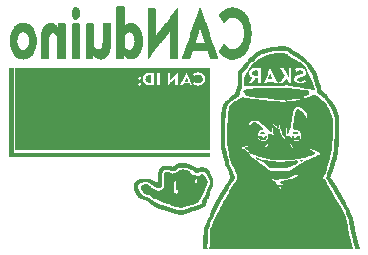
<source format=gbr>
%TF.GenerationSoftware,Altium Limited,Altium Designer,24.10.1 (45)*%
G04 Layer_Color=32896*
%FSLAX45Y45*%
%MOMM*%
%TF.SameCoordinates,D2505BA3-E522-476C-ACF0-F4815D070146*%
%TF.FilePolarity,Positive*%
%TF.FileFunction,Legend,Bot*%
%TF.Part,Single*%
G01*
G75*
G36*
X1734472Y2705284D02*
X1750580D01*
Y2689175D01*
X1758634D01*
Y2632796D01*
X1750580D01*
Y2624742D01*
X1742526D01*
Y2616688D01*
X1734472D01*
Y2608634D01*
X1710309D01*
Y2616688D01*
X1702255D01*
Y2624742D01*
X1694201D01*
Y2632796D01*
X1686147D01*
Y2689175D01*
X1694201D01*
Y2705284D01*
X1710309D01*
Y2713338D01*
X1734472D01*
Y2705284D01*
D02*
G37*
G36*
X1629768Y2568363D02*
X1637822D01*
Y2278415D01*
X1565335D01*
Y2471714D01*
X1557281D01*
Y2479768D01*
X1549227D01*
Y2487822D01*
X1541173D01*
Y2495876D01*
X1517010D01*
Y2487822D01*
X1508956D01*
Y2479768D01*
X1500902D01*
Y2463660D01*
X1492848D01*
Y2278415D01*
X1428415D01*
Y2503930D01*
X1436469D01*
Y2528093D01*
X1444523D01*
Y2544201D01*
X1452577D01*
Y2552255D01*
X1460631D01*
Y2560309D01*
X1468686D01*
Y2568363D01*
X1484794D01*
Y2576418D01*
X1541173D01*
Y2568363D01*
X1549227D01*
Y2560309D01*
X1565335D01*
Y2544201D01*
X1573389D01*
Y2576418D01*
X1629768D01*
Y2568363D01*
D02*
G37*
G36*
X2588209Y2278415D02*
X2515722D01*
Y2503930D01*
X2507668D01*
Y2487822D01*
X2499613D01*
Y2479768D01*
X2491559D01*
Y2471714D01*
X2483505D01*
Y2455606D01*
X2475451D01*
Y2447552D01*
X2467397D01*
Y2439498D01*
X2459343D01*
Y2431443D01*
X2451289D01*
Y2415335D01*
X2443235D01*
Y2407281D01*
X2435181D01*
Y2399227D01*
X2427126D01*
Y2383119D01*
X2419072D01*
Y2375064D01*
X2411018D01*
Y2367010D01*
X2402964D01*
Y2358956D01*
X2394910D01*
Y2342848D01*
X2386856D01*
Y2334794D01*
X2378802D01*
Y2326740D01*
X2370747D01*
Y2310631D01*
X2362693D01*
Y2302577D01*
X2354639D01*
Y2294523D01*
X2346585D01*
Y2286469D01*
X2338531D01*
Y2278415D01*
X2330477D01*
Y2358956D01*
Y2367010D01*
Y2705284D01*
X2394910D01*
Y2697229D01*
X2402964D01*
Y2479768D01*
X2411018D01*
Y2495876D01*
X2419072D01*
Y2503930D01*
X2427126D01*
Y2511985D01*
X2435181D01*
Y2520039D01*
X2443235D01*
Y2536147D01*
X2451289D01*
Y2544201D01*
X2459343D01*
Y2552255D01*
X2467397D01*
Y2568363D01*
X2475451D01*
Y2576418D01*
X2483505D01*
Y2584472D01*
X2491559D01*
Y2592526D01*
X2499613D01*
Y2608634D01*
X2507668D01*
Y2616688D01*
X2515722D01*
Y2624742D01*
X2523776D01*
Y2640850D01*
X2531830D01*
Y2648905D01*
X2539884D01*
Y2656959D01*
X2547938D01*
Y2665013D01*
X2555992D01*
Y2681121D01*
X2564046D01*
Y2689175D01*
X2572101D01*
Y2697229D01*
X2580155D01*
Y2705284D01*
X2588209D01*
Y2278415D01*
D02*
G37*
G36*
X3063402Y2705284D02*
X3095619D01*
Y2697229D01*
X3111727D01*
Y2689175D01*
X3127835D01*
Y2681121D01*
X3135889D01*
Y2673067D01*
X3151998D01*
Y2656959D01*
X3160052D01*
Y2648905D01*
X3168106D01*
Y2640850D01*
X3176160D01*
Y2624742D01*
X3184214D01*
Y2608634D01*
X3192268D01*
Y2592526D01*
X3200322D01*
Y2568363D01*
X3208376D01*
Y2511985D01*
X3216430D01*
Y2479768D01*
Y2471714D01*
X3208376D01*
Y2415335D01*
X3200322D01*
Y2391173D01*
X3192268D01*
Y2367010D01*
X3184214D01*
Y2358956D01*
X3176160D01*
Y2342848D01*
X3168106D01*
Y2334794D01*
X3160052D01*
Y2318685D01*
X3151998D01*
Y2310631D01*
X3143943D01*
Y2302577D01*
X3127835D01*
Y2294523D01*
X3119781D01*
Y2286469D01*
X3095619D01*
Y2278415D01*
X3071456D01*
Y2270361D01*
X3023131D01*
Y2278415D01*
X2998969D01*
Y2286469D01*
X2982861D01*
Y2294523D01*
X2966753D01*
Y2302577D01*
X2958698D01*
Y2310631D01*
X2950644D01*
Y2318685D01*
X2942590D01*
Y2326740D01*
X2934536D01*
Y2350902D01*
X2942590D01*
Y2358956D01*
X2950644D01*
Y2375064D01*
X2958698D01*
Y2383119D01*
X2966753D01*
Y2399227D01*
X2982861D01*
Y2391173D01*
X2990915D01*
Y2383119D01*
X2998969D01*
Y2375064D01*
X3007023D01*
Y2367010D01*
X3015077D01*
Y2358956D01*
X3079510D01*
Y2367010D01*
X3095619D01*
Y2375064D01*
X3103673D01*
Y2383119D01*
X3111727D01*
Y2391173D01*
X3119781D01*
Y2407281D01*
X3127835D01*
Y2423389D01*
X3135889D01*
Y2455606D01*
X3143943D01*
Y2528093D01*
X3135889D01*
Y2560309D01*
X3127835D01*
Y2576418D01*
X3119781D01*
Y2592526D01*
X3111727D01*
Y2600580D01*
X3103673D01*
Y2608634D01*
X3095619D01*
Y2616688D01*
X3079510D01*
Y2624742D01*
X3023131D01*
Y2616688D01*
X3007023D01*
Y2608634D01*
X2998969D01*
Y2600580D01*
X2990915D01*
Y2592526D01*
X2982861D01*
Y2584472D01*
X2966753D01*
Y2600580D01*
X2958698D01*
Y2608634D01*
X2950644D01*
Y2624742D01*
X2942590D01*
Y2632796D01*
X2934536D01*
Y2656959D01*
X2942590D01*
Y2665013D01*
X2950644D01*
Y2673067D01*
X2958698D01*
Y2681121D01*
X2974807D01*
Y2689175D01*
X2982861D01*
Y2697229D01*
X2998969D01*
Y2705284D01*
X3039240D01*
Y2713338D01*
X3063402D01*
Y2705284D01*
D02*
G37*
G36*
X2016366Y2358956D02*
X2008312D01*
Y2326740D01*
X2000258D01*
Y2310631D01*
X1992204D01*
Y2302577D01*
X1984149D01*
Y2294523D01*
X1976095D01*
Y2286469D01*
X1968041D01*
Y2278415D01*
X1943879D01*
Y2270361D01*
X1927771D01*
Y2278415D01*
X1903608D01*
Y2286469D01*
X1887500D01*
Y2294523D01*
X1879446D01*
Y2302577D01*
X1871392D01*
Y2278415D01*
X1806959D01*
Y2568363D01*
X1815013D01*
Y2576418D01*
X1871392D01*
Y2568363D01*
X1879446D01*
Y2375064D01*
X1887500D01*
Y2367010D01*
X1895554D01*
Y2358956D01*
X1935825D01*
Y2367010D01*
X1943879D01*
Y2407281D01*
X1951933D01*
Y2576418D01*
X2016366D01*
Y2358956D01*
D02*
G37*
G36*
X2781508Y2689175D02*
X2789562D01*
Y2665013D01*
X2797616D01*
Y2640850D01*
X2805670D01*
Y2616688D01*
X2813724D01*
Y2592526D01*
X2821778D01*
Y2576418D01*
X2829833D01*
Y2552255D01*
X2837887D01*
Y2528093D01*
X2845941D01*
Y2503930D01*
X2853995D01*
Y2487822D01*
X2862049D01*
Y2463660D01*
X2870103D01*
Y2439498D01*
X2878157D01*
Y2415335D01*
X2886211D01*
Y2391173D01*
X2894265D01*
Y2375064D01*
X2902320D01*
Y2350902D01*
X2910374D01*
Y2326740D01*
X2918428D01*
Y2302577D01*
X2926482D01*
Y2278415D01*
X2853995D01*
Y2294523D01*
X2845941D01*
Y2318685D01*
X2837887D01*
Y2342848D01*
X2717075D01*
Y2334794D01*
X2709021D01*
Y2310631D01*
X2700966D01*
Y2286469D01*
X2692912D01*
Y2278415D01*
X2620425D01*
Y2302577D01*
X2628479D01*
Y2318685D01*
X2636533D01*
Y2342848D01*
X2644588D01*
Y2367010D01*
X2652642D01*
Y2391173D01*
X2660696D01*
Y2415335D01*
X2668750D01*
Y2431443D01*
X2676804D01*
Y2455606D01*
X2684858D01*
Y2479768D01*
X2692912D01*
Y2503930D01*
X2700966D01*
Y2520039D01*
X2709021D01*
Y2544201D01*
X2717075D01*
Y2568363D01*
X2725129D01*
Y2592526D01*
X2733183D01*
Y2616688D01*
X2741237D01*
Y2632796D01*
X2749291D01*
Y2656959D01*
X2757346D01*
Y2681121D01*
X2765400D01*
Y2705284D01*
X2781508D01*
Y2689175D01*
D02*
G37*
G36*
X1750580Y2568363D02*
X1758634D01*
Y2278415D01*
X1686147D01*
Y2503930D01*
Y2511985D01*
Y2568363D01*
X1694201D01*
Y2576418D01*
X1750580D01*
Y2568363D01*
D02*
G37*
G36*
X2129124Y2713338D02*
X2137178D01*
Y2560309D01*
X2145232D01*
Y2568363D01*
X2161340D01*
Y2576418D01*
X2217719D01*
Y2568363D01*
X2233827D01*
Y2560309D01*
X2241881D01*
Y2552255D01*
X2249936D01*
Y2544201D01*
X2257990D01*
Y2536147D01*
X2266044D01*
Y2520039D01*
X2274098D01*
Y2503930D01*
X2282152D01*
Y2471714D01*
X2290206D01*
Y2375064D01*
X2282152D01*
Y2350902D01*
X2274098D01*
Y2326740D01*
X2266044D01*
Y2318685D01*
X2257990D01*
Y2302577D01*
X2249936D01*
Y2294523D01*
X2241881D01*
Y2286469D01*
X2225773D01*
Y2278415D01*
X2193557D01*
Y2270361D01*
X2185503D01*
Y2278415D01*
X2153286D01*
Y2286469D01*
X2145232D01*
Y2294523D01*
X2137178D01*
Y2302577D01*
X2129124D01*
Y2278415D01*
X2064691D01*
Y2358956D01*
Y2367010D01*
Y2713338D01*
X2072745D01*
Y2721392D01*
X2129124D01*
Y2713338D01*
D02*
G37*
G36*
X1307603Y2568363D02*
X1331765D01*
Y2560309D01*
X1339820D01*
Y2552255D01*
X1347874D01*
Y2544201D01*
X1355928D01*
Y2536147D01*
X1363982D01*
Y2528093D01*
X1372036D01*
Y2511985D01*
X1380090D01*
Y2487822D01*
X1388144D01*
Y2463660D01*
X1396198D01*
Y2391173D01*
X1388144D01*
Y2358956D01*
X1380090D01*
Y2342848D01*
X1372036D01*
Y2326740D01*
X1363982D01*
Y2318685D01*
X1355928D01*
Y2302577D01*
X1339820D01*
Y2294523D01*
X1331765D01*
Y2286469D01*
X1315657D01*
Y2278415D01*
X1283441D01*
Y2270361D01*
X1275387D01*
Y2278415D01*
X1235116D01*
Y2286469D01*
X1219008D01*
Y2294523D01*
X1210954D01*
Y2302577D01*
X1202900D01*
Y2310631D01*
X1194845D01*
Y2318685D01*
X1186791D01*
Y2334794D01*
X1178737D01*
Y2350902D01*
X1170683D01*
Y2375064D01*
X1162629D01*
Y2479768D01*
X1170683D01*
Y2503930D01*
X1178737D01*
Y2520039D01*
X1186791D01*
Y2528093D01*
X1194845D01*
Y2544201D01*
X1202900D01*
Y2552255D01*
X1219008D01*
Y2560309D01*
X1227062D01*
Y2568363D01*
X1243170D01*
Y2576418D01*
X1307603D01*
Y2568363D01*
D02*
G37*
G36*
X3490271Y2318685D02*
X3514433D01*
Y2310631D01*
X3522487D01*
Y2302577D01*
X3538595D01*
Y2294523D01*
X3546649D01*
Y2286469D01*
X3562758D01*
Y2278415D01*
X3578866D01*
Y2270361D01*
X3594974D01*
Y2262307D01*
X3603028D01*
Y2254253D01*
X3619137D01*
Y2246198D01*
X3627191D01*
Y2238144D01*
X3635245D01*
Y2230090D01*
X3643299D01*
Y2222036D01*
X3651353D01*
Y2213982D01*
X3659407D01*
Y2205928D01*
X3667461D01*
Y2189820D01*
X3675516D01*
Y2181766D01*
X3683570D01*
Y2165657D01*
X3691624D01*
Y2149549D01*
X3699678D01*
Y2133441D01*
X3707732D01*
Y2117333D01*
X3715786D01*
Y2101224D01*
X3723840D01*
Y2077062D01*
X3731894D01*
Y2052899D01*
X3739949D01*
Y2028737D01*
X3748003D01*
Y2012629D01*
X3715786D01*
Y2020683D01*
X3651353D01*
Y2028737D01*
X3619137D01*
Y2036791D01*
X3562758D01*
Y2044845D01*
X3514433D01*
Y2052899D01*
X3490271D01*
Y2044845D01*
X3143943D01*
Y2125387D01*
X3151998D01*
Y2141495D01*
X3160052D01*
Y2157603D01*
X3168106D01*
Y2165657D01*
X3176160D01*
Y2173711D01*
Y2181766D01*
X3184214D01*
Y2189820D01*
X3192268D01*
Y2197874D01*
X3200322D01*
Y2205928D01*
X3208376D01*
Y2222036D01*
X3216430D01*
Y2230090D01*
X3224485D01*
Y2238144D01*
X3232539D01*
Y2246198D01*
X3240593D01*
Y2254253D01*
X3248647D01*
Y2262307D01*
X3256701D01*
Y2270361D01*
X3264755D01*
Y2278415D01*
X3280863D01*
Y2286469D01*
X3296972D01*
Y2294523D01*
X3313080D01*
Y2302577D01*
X3329188D01*
Y2310631D01*
X3361405D01*
Y2318685D01*
X3401675D01*
Y2326740D01*
X3490271D01*
Y2318685D01*
D02*
G37*
G36*
X3554704Y2020683D02*
X3619137D01*
Y2012629D01*
X3691624D01*
Y2004575D01*
X3699678D01*
Y1972358D01*
X3675516D01*
Y1964304D01*
X3651353D01*
Y1948196D01*
X3675516D01*
Y1956250D01*
X3707732D01*
Y1964304D01*
X3723840D01*
Y1972358D01*
X3756057D01*
Y1964304D01*
X3772165D01*
Y1956250D01*
X3780219D01*
Y1948196D01*
X3788273D01*
Y1940142D01*
X3796327D01*
Y1932088D01*
X3804382D01*
Y1924033D01*
X3812436D01*
Y1915979D01*
X3820490D01*
Y1907925D01*
X3828544D01*
Y1899871D01*
X3836598D01*
Y1891817D01*
X3844652D01*
Y1883763D01*
X3852706D01*
Y1867655D01*
X3860760D01*
Y1859601D01*
X3868814D01*
Y1843492D01*
X3876869D01*
Y1819330D01*
X3884923D01*
Y1803222D01*
X3892977D01*
Y1779059D01*
X3901031D01*
Y1577706D01*
X3892977D01*
Y1497165D01*
X3884923D01*
Y1464949D01*
X3876869D01*
Y1424678D01*
X3868814D01*
Y1392461D01*
X3860760D01*
Y1368299D01*
X3852706D01*
Y1344137D01*
X3844652D01*
Y1328028D01*
X3836598D01*
Y1303866D01*
X3828544D01*
Y1295812D01*
X3820490D01*
Y1279704D01*
X3812436D01*
Y1263595D01*
X3820490D01*
Y1255541D01*
X3828544D01*
Y1247487D01*
X3836598D01*
Y1231379D01*
X3844652D01*
Y1215271D01*
X3852706D01*
Y1207217D01*
X3860760D01*
Y1199162D01*
X3868814D01*
Y1183054D01*
X3876869D01*
Y1166946D01*
X3884923D01*
Y1158892D01*
X3892977D01*
Y1142784D01*
X3901031D01*
Y1126675D01*
X3909085D01*
Y1110567D01*
X3917139D01*
Y1094459D01*
X3925193D01*
Y1078350D01*
X3933247D01*
Y1062242D01*
X3941302D01*
Y1054188D01*
X3949356D01*
Y1038080D01*
X3957410D01*
Y1030026D01*
X3965464D01*
Y1013917D01*
X3973518D01*
Y997809D01*
X3981572D01*
Y981701D01*
X3989626D01*
Y965593D01*
X3997681D01*
Y949485D01*
X4005735D01*
Y925322D01*
X4013789D01*
Y909214D01*
X4021843D01*
Y876997D01*
X4029897D01*
Y820619D01*
X4037951D01*
Y780348D01*
X4046005D01*
Y748131D01*
X4054059D01*
Y715915D01*
X4062114D01*
Y683698D01*
X4070168D01*
Y667590D01*
X2845941D01*
Y683698D01*
X2853995D01*
Y812564D01*
X2862049D01*
Y844781D01*
X2870103D01*
Y852835D01*
X2878157D01*
Y876997D01*
X2886211D01*
Y901160D01*
X2894265D01*
Y917268D01*
X2902320D01*
Y941430D01*
X2910374D01*
Y957539D01*
X2918428D01*
Y973647D01*
X2926482D01*
Y981701D01*
X2934536D01*
Y997809D01*
X2942590D01*
Y1021972D01*
X2950644D01*
Y1030026D01*
X2958698D01*
Y1046134D01*
X2966753D01*
Y1070296D01*
X2974807D01*
Y1078350D01*
X2982861D01*
Y1094459D01*
X2990915D01*
Y1110567D01*
X2998969D01*
Y1126675D01*
X3007023D01*
Y1134729D01*
X3015077D01*
Y1150838D01*
X3023131D01*
Y1166946D01*
X3031186D01*
Y1175000D01*
X3039240D01*
Y1191108D01*
X3047294D01*
Y1199162D01*
X3055348D01*
Y1215271D01*
X3063402D01*
Y1223325D01*
X3071456D01*
Y1231379D01*
X3079510D01*
Y1247487D01*
X3087565D01*
Y1303866D01*
X3079510D01*
Y1319974D01*
X3071456D01*
Y1344137D01*
X3063402D01*
Y1360245D01*
X3055348D01*
Y1368299D01*
X3047294D01*
Y1384407D01*
X3039240D01*
Y1408570D01*
X3031186D01*
Y1440786D01*
X3023131D01*
Y1464949D01*
X3015077D01*
Y1497165D01*
X3007023D01*
Y1537436D01*
X2998969D01*
Y1730734D01*
X3007023D01*
Y1835438D01*
X3015077D01*
Y1859601D01*
X3023131D01*
Y1875709D01*
X3031186D01*
Y1883763D01*
X3039240D01*
Y1891817D01*
X3047294D01*
Y1899871D01*
X3055348D01*
Y1907925D01*
X3063402D01*
Y1915979D01*
X3079510D01*
Y1924033D01*
X3087565D01*
Y1932088D01*
X3095619D01*
Y1940142D01*
X3111727D01*
Y1948196D01*
X3127835D01*
Y1956250D01*
X3143943D01*
Y1948196D01*
X3200322D01*
Y1940142D01*
X3272809D01*
Y1932088D01*
X3337242D01*
Y1924033D01*
X3401675D01*
Y1915979D01*
X3450000D01*
Y1907925D01*
X3498325D01*
Y1915979D01*
X3570812D01*
Y1924033D01*
X3586920D01*
Y1932088D01*
X3619137D01*
Y1940142D01*
X3554704D01*
Y1932088D01*
X3506379D01*
Y1924033D01*
X3490271D01*
Y1932088D01*
X3401675D01*
Y1940142D01*
X3345296D01*
Y1948196D01*
X3240593D01*
Y1956250D01*
X3184214D01*
Y1964304D01*
X3160052D01*
Y1972358D01*
X3151998D01*
Y1988466D01*
X3143943D01*
Y1996521D01*
X3135889D01*
Y2004575D01*
X3143943D01*
Y2012629D01*
X3160052D01*
Y2020683D01*
X3224485D01*
Y2028737D01*
X3554704D01*
Y2020683D01*
D02*
G37*
G36*
X2862049Y1505219D02*
X1210954D01*
Y2197874D01*
X2862049D01*
Y1505219D01*
D02*
G37*
G36*
X1194845Y1481057D02*
X2862049D01*
Y1448840D01*
X1154575D01*
Y2197874D01*
X1194845D01*
Y1481057D01*
D02*
G37*
G36*
X2660696Y1384407D02*
X2692912D01*
Y1376353D01*
X2709021D01*
Y1368299D01*
X2725129D01*
Y1360245D01*
X2741237D01*
Y1352191D01*
X2773454D01*
Y1360245D01*
X2805670D01*
Y1352191D01*
X2829833D01*
Y1344137D01*
X2837887D01*
Y1336082D01*
X2845941D01*
Y1328028D01*
X2853995D01*
Y1311920D01*
X2862049D01*
Y1303866D01*
X2870103D01*
Y1287758D01*
X2878157D01*
Y1271649D01*
X2886211D01*
Y1191108D01*
X2878157D01*
Y1175000D01*
X2870103D01*
Y1158892D01*
X2862049D01*
Y1134729D01*
X2853995D01*
Y1118621D01*
X2845941D01*
Y1094459D01*
X2837887D01*
Y1086405D01*
X2829833D01*
Y1054188D01*
X2821778D01*
Y1030026D01*
X2813724D01*
Y1021972D01*
X2797616D01*
Y1013917D01*
X2781508D01*
Y1005863D01*
X2765400D01*
Y997809D01*
X2741237D01*
Y989755D01*
X2709021D01*
Y981701D01*
X2684858D01*
Y973647D01*
X2660696D01*
Y965593D01*
X2636533D01*
Y957539D01*
X2588209D01*
Y965593D01*
X2555992D01*
Y973647D01*
X2531830D01*
Y981701D01*
X2499613D01*
Y989755D01*
X2475451D01*
Y997809D01*
X2443235D01*
Y1005863D01*
X2419072D01*
Y1013917D01*
X2402964D01*
Y1021972D01*
X2386856D01*
Y1030026D01*
X2378802D01*
Y1038080D01*
X2362693D01*
Y1046134D01*
X2346585D01*
Y1054188D01*
X2338531D01*
Y1062242D01*
X2330477D01*
Y1070296D01*
X2314368D01*
Y1078350D01*
X2290206D01*
Y1086405D01*
X2274098D01*
Y1094459D01*
X2266044D01*
Y1102513D01*
X2249936D01*
Y1118621D01*
X2241881D01*
Y1126675D01*
X2233827D01*
Y1142784D01*
X2225773D01*
Y1158892D01*
X2217719D01*
Y1223325D01*
X2225773D01*
Y1231379D01*
X2233827D01*
Y1239433D01*
X2241881D01*
Y1247487D01*
X2257990D01*
Y1255541D01*
X2274098D01*
Y1263595D01*
X2346585D01*
Y1255541D01*
X2362693D01*
Y1247487D01*
X2378802D01*
Y1239433D01*
X2394910D01*
Y1231379D01*
X2419072D01*
Y1319974D01*
X2427126D01*
Y1344137D01*
X2435181D01*
Y1352191D01*
X2443235D01*
Y1360245D01*
X2451289D01*
Y1368299D01*
X2539884D01*
Y1360245D01*
X2547938D01*
Y1368299D01*
X2564046D01*
Y1376353D01*
X2572101D01*
Y1384407D01*
X2588209D01*
Y1392461D01*
X2660696D01*
Y1384407D01*
D02*
G37*
G36*
X3498325Y2375064D02*
X3530541D01*
Y2367010D01*
X3546649D01*
Y2358956D01*
X3554704D01*
Y2350902D01*
X3562758D01*
Y2342848D01*
X3578866D01*
Y2334794D01*
X3594974D01*
Y2326740D01*
X3611082D01*
Y2318685D01*
X3619137D01*
Y2310631D01*
X3627191D01*
Y2302577D01*
X3643299D01*
Y2294523D01*
X3651353D01*
Y2286469D01*
X3659407D01*
Y2278415D01*
X3667461D01*
Y2270361D01*
X3675516D01*
Y2262307D01*
X3683570D01*
Y2254253D01*
X3691624D01*
Y2246198D01*
X3699678D01*
Y2238144D01*
X3707732D01*
Y2230090D01*
X3715786D01*
Y2222036D01*
X3723840D01*
Y2205928D01*
X3731894D01*
Y2197874D01*
X3739949D01*
Y2181766D01*
X3748003D01*
Y2173711D01*
X3756057D01*
Y2157603D01*
X3764111D01*
Y2133441D01*
X3772165D01*
Y2101224D01*
X3780219D01*
Y2069008D01*
X3788273D01*
Y2052899D01*
X3796327D01*
Y2012629D01*
X3804382D01*
Y2004575D01*
X3812436D01*
Y1996521D01*
X3820490D01*
Y1988466D01*
X3828544D01*
Y1980412D01*
X3844652D01*
Y1972358D01*
X3852706D01*
Y1964304D01*
X3860760D01*
Y1948196D01*
X3868814D01*
Y1940142D01*
X3876869D01*
Y1932088D01*
X3884923D01*
Y1915979D01*
X3892977D01*
Y1907925D01*
X3901031D01*
Y1891817D01*
X3909085D01*
Y1883763D01*
X3917139D01*
Y1867655D01*
X3925193D01*
Y1851546D01*
X3933247D01*
Y1827384D01*
X3941302D01*
Y1803222D01*
X3949356D01*
Y1529381D01*
X3941302D01*
Y1464949D01*
X3933247D01*
Y1424678D01*
X3925193D01*
Y1400515D01*
X3917139D01*
Y1368299D01*
X3909085D01*
Y1344137D01*
X3901031D01*
Y1319974D01*
X3892977D01*
Y1303866D01*
X3884923D01*
Y1279704D01*
X3876869D01*
Y1271649D01*
X3884923D01*
Y1255541D01*
X3892977D01*
Y1247487D01*
X3901031D01*
Y1231379D01*
X3909085D01*
Y1223325D01*
X3917139D01*
Y1207217D01*
X3925193D01*
Y1199162D01*
X3933247D01*
Y1183054D01*
X3941302D01*
Y1166946D01*
X3949356D01*
Y1150838D01*
X3957410D01*
Y1142784D01*
X3965464D01*
Y1126675D01*
X3973518D01*
Y1110567D01*
X3981572D01*
Y1094459D01*
X3989626D01*
Y1078350D01*
X3997681D01*
Y1062242D01*
X4005735D01*
Y1054188D01*
X4013789D01*
Y1038080D01*
X4021843D01*
Y1021972D01*
X4029897D01*
Y1013917D01*
X4037951D01*
Y997809D01*
X4046005D01*
Y973647D01*
X4054059D01*
Y957539D01*
X4062114D01*
Y941430D01*
X4070168D01*
Y901160D01*
X4078222D01*
Y860889D01*
X4086276D01*
Y812564D01*
X4094330D01*
Y780348D01*
X4102384D01*
Y740077D01*
X4110438D01*
Y707861D01*
X4118492D01*
Y683698D01*
X4126546D01*
Y667590D01*
X4086276D01*
Y691752D01*
X4078222D01*
Y715915D01*
X4070168D01*
Y756185D01*
X4062114D01*
Y796456D01*
X4054059D01*
Y828673D01*
X4046005D01*
Y868943D01*
X4037951D01*
Y917268D01*
X4029897D01*
Y941430D01*
X4021843D01*
Y957539D01*
X4013789D01*
Y981701D01*
X4005735D01*
Y997809D01*
X3997681D01*
Y1005863D01*
X3989626D01*
Y1021972D01*
X3981572D01*
Y1038080D01*
X3973518D01*
Y1046134D01*
X3965464D01*
Y1062242D01*
X3957410D01*
Y1078350D01*
X3949356D01*
Y1094459D01*
X3941302D01*
Y1110567D01*
X3933247D01*
Y1126675D01*
X3925193D01*
Y1134729D01*
X3917139D01*
Y1150838D01*
X3909085D01*
Y1166946D01*
X3901031D01*
Y1183054D01*
X3892977D01*
Y1191108D01*
X3884923D01*
Y1207217D01*
X3876869D01*
Y1215271D01*
X3868814D01*
Y1231379D01*
X3860760D01*
Y1247487D01*
X3852706D01*
Y1255541D01*
X3844652D01*
Y1263595D01*
X3836598D01*
Y1279704D01*
X3844652D01*
Y1295812D01*
X3852706D01*
Y1319974D01*
X3860760D01*
Y1336082D01*
X3868814D01*
Y1360245D01*
X3876869D01*
Y1392461D01*
X3884923D01*
Y1416624D01*
X3892977D01*
Y1448840D01*
X3901031D01*
Y1489111D01*
X3909085D01*
Y1601869D01*
X3917139D01*
Y1787114D01*
X3909085D01*
Y1811276D01*
X3901031D01*
Y1835438D01*
X3892977D01*
Y1851546D01*
X3884923D01*
Y1867655D01*
X3876869D01*
Y1875709D01*
X3868814D01*
Y1891817D01*
X3860760D01*
Y1899871D01*
X3852706D01*
Y1915979D01*
X3844652D01*
Y1924033D01*
X3836598D01*
Y1932088D01*
X3828544D01*
Y1948196D01*
X3812436D01*
Y1956250D01*
X3804382D01*
Y1964304D01*
X3796327D01*
Y1972358D01*
X3780219D01*
Y1980412D01*
X3772165D01*
Y1988466D01*
X3764111D01*
Y2028737D01*
X3756057D01*
Y2044845D01*
X3748003D01*
Y2085116D01*
X3739949D01*
Y2109278D01*
X3731894D01*
Y2141495D01*
X3723840D01*
Y2157603D01*
X3715786D01*
Y2165657D01*
X3707732D01*
Y2181766D01*
X3699678D01*
Y2189820D01*
X3691624D01*
Y2205928D01*
X3683570D01*
Y2213982D01*
X3675516D01*
Y2222036D01*
X3667461D01*
Y2230090D01*
X3659407D01*
Y2238144D01*
X3651353D01*
Y2246198D01*
X3643299D01*
Y2254253D01*
X3635245D01*
Y2262307D01*
X3627191D01*
Y2270361D01*
X3619137D01*
Y2278415D01*
X3603028D01*
Y2286469D01*
X3594974D01*
Y2294523D01*
X3578866D01*
Y2302577D01*
X3562758D01*
Y2310631D01*
X3554704D01*
Y2318685D01*
X3538595D01*
Y2326740D01*
X3530541D01*
Y2334794D01*
X3514433D01*
Y2342848D01*
X3385567D01*
Y2334794D01*
X3353351D01*
Y2326740D01*
X3321134D01*
Y2318685D01*
X3288917D01*
Y2310631D01*
X3280863D01*
Y2302577D01*
X3264755D01*
Y2294523D01*
X3256701D01*
Y2286469D01*
X3248647D01*
Y2278415D01*
X3240593D01*
Y2262307D01*
X3232539D01*
Y2254253D01*
X3208376D01*
Y2238144D01*
X3200322D01*
Y2230090D01*
X3192268D01*
Y2222036D01*
X3184214D01*
Y2213982D01*
X3176160D01*
Y2197874D01*
X3168106D01*
Y2189820D01*
X3160052D01*
Y2181766D01*
X3151998D01*
Y2173711D01*
X3143943D01*
Y2165657D01*
X3135889D01*
Y2157603D01*
X3127835D01*
Y2020683D01*
X3119781D01*
Y2004575D01*
X3111727D01*
Y1972358D01*
X3103673D01*
Y1956250D01*
X3087565D01*
Y1948196D01*
X3079510D01*
Y1940142D01*
X3063402D01*
Y1932088D01*
X3055348D01*
Y1924033D01*
X3047294D01*
Y1915979D01*
X3039240D01*
Y1907925D01*
X3031186D01*
Y1899871D01*
X3023131D01*
Y1891817D01*
X3007023D01*
Y1875709D01*
X2998969D01*
Y1851546D01*
X2990915D01*
Y1779059D01*
X2982861D01*
Y1521327D01*
X2990915D01*
Y1497165D01*
X2998969D01*
Y1456894D01*
X3007023D01*
Y1432732D01*
X3015077D01*
Y1392461D01*
X3023131D01*
Y1376353D01*
X3031186D01*
Y1360245D01*
X3039240D01*
Y1344137D01*
X3047294D01*
Y1328028D01*
X3055348D01*
Y1303866D01*
X3063402D01*
Y1287758D01*
X3071456D01*
Y1255541D01*
X3063402D01*
Y1239433D01*
X3055348D01*
Y1231379D01*
X3047294D01*
Y1223325D01*
X3039240D01*
Y1207217D01*
X3031186D01*
Y1199162D01*
X3023131D01*
Y1191108D01*
X3015077D01*
Y1175000D01*
X3007023D01*
Y1158892D01*
X2998969D01*
Y1150838D01*
X2990915D01*
Y1134729D01*
X2982861D01*
Y1126675D01*
X2974807D01*
Y1110567D01*
X2966753D01*
Y1094459D01*
X2958698D01*
Y1078350D01*
X2950644D01*
Y1062242D01*
X2942590D01*
Y1046134D01*
X2934536D01*
Y1030026D01*
X2926482D01*
Y1013917D01*
X2918428D01*
Y997809D01*
X2910374D01*
Y981701D01*
X2902320D01*
Y965593D01*
X2894265D01*
Y941430D01*
X2886211D01*
Y917268D01*
X2878157D01*
Y909214D01*
X2870103D01*
Y893106D01*
X2862049D01*
Y868943D01*
X2853995D01*
Y852835D01*
X2845941D01*
Y836727D01*
X2837887D01*
Y707861D01*
X2829833D01*
Y675644D01*
X2837887D01*
Y667590D01*
X2797616D01*
Y788402D01*
X2805670D01*
Y852835D01*
X2813724D01*
Y868943D01*
X2821778D01*
Y885052D01*
X2829833D01*
Y909214D01*
X2837887D01*
Y925322D01*
X2845941D01*
Y941430D01*
X2853995D01*
Y957539D01*
X2862049D01*
Y973647D01*
X2870103D01*
Y997809D01*
X2878157D01*
Y1013917D01*
X2886211D01*
Y1030026D01*
X2894265D01*
Y1046134D01*
X2902320D01*
Y1062242D01*
X2910374D01*
Y1078350D01*
X2918428D01*
Y1094459D01*
X2926482D01*
Y1110567D01*
X2934536D01*
Y1126675D01*
X2942590D01*
Y1142784D01*
X2950644D01*
Y1150838D01*
X2958698D01*
Y1166946D01*
X2966753D01*
Y1175000D01*
X2974807D01*
Y1191108D01*
X2982861D01*
Y1199162D01*
Y1207217D01*
X2990915D01*
Y1215271D01*
X2998969D01*
Y1223325D01*
X3007023D01*
Y1239433D01*
X3015077D01*
Y1247487D01*
X3023131D01*
Y1255541D01*
X3031186D01*
Y1295812D01*
X3023131D01*
Y1311920D01*
X3015077D01*
Y1328028D01*
X3007023D01*
Y1344137D01*
X2998969D01*
Y1360245D01*
X2990915D01*
Y1368299D01*
X2982861D01*
Y1408570D01*
X2974807D01*
Y1440786D01*
X2966753D01*
Y1473003D01*
X2958698D01*
Y1505219D01*
X2950644D01*
Y1827384D01*
X2958698D01*
Y1867655D01*
X2966753D01*
Y1891817D01*
X2974807D01*
Y1899871D01*
X2982861D01*
Y1915979D01*
X2990915D01*
Y1924033D01*
X2998969D01*
Y1932088D01*
X3015077D01*
Y1940142D01*
X3023131D01*
Y1948196D01*
X3031186D01*
Y1956250D01*
X3039240D01*
Y1964304D01*
X3047294D01*
Y1972358D01*
X3063402D01*
Y1980412D01*
X3071456D01*
Y1996521D01*
X3079510D01*
Y2020683D01*
X3087565D01*
Y2044845D01*
X3095619D01*
Y2173711D01*
X3103673D01*
Y2181766D01*
X3111727D01*
Y2189820D01*
X3119781D01*
Y2197874D01*
X3127835D01*
Y2205928D01*
X3135889D01*
Y2222036D01*
X3143943D01*
Y2230090D01*
X3151998D01*
Y2238144D01*
X3160052D01*
Y2246198D01*
X3168106D01*
Y2254253D01*
X3176160D01*
Y2278415D01*
X3184214D01*
Y2286469D01*
X3200322D01*
Y2294523D01*
X3216430D01*
Y2302577D01*
X3224485D01*
Y2310631D01*
X3232539D01*
Y2318685D01*
X3240593D01*
Y2326740D01*
X3248647D01*
Y2334794D01*
X3264755D01*
Y2342848D01*
X3280863D01*
Y2350902D01*
X3296972D01*
Y2358956D01*
X3329188D01*
Y2367010D01*
X3369459D01*
Y2375064D01*
X3433892D01*
Y2383119D01*
X3498325D01*
Y2375064D01*
D02*
G37*
%LPC*%
G36*
X2781508Y2520039D02*
X2765400D01*
Y2487822D01*
X2757346D01*
Y2463660D01*
X2749291D01*
Y2439498D01*
X2741237D01*
Y2415335D01*
X2813724D01*
Y2423389D01*
X2805670D01*
Y2447552D01*
X2797616D01*
Y2471714D01*
X2789562D01*
Y2495876D01*
X2781508D01*
Y2520039D01*
D02*
G37*
G36*
X2177449Y2503930D02*
X2169394D01*
Y2495876D01*
X2153286D01*
Y2487822D01*
X2145232D01*
Y2479768D01*
X2137178D01*
Y2367010D01*
X2145232D01*
Y2358956D01*
X2161340D01*
Y2350902D01*
X2185503D01*
Y2358956D01*
X2201611D01*
Y2367010D01*
X2209665D01*
Y2383119D01*
X2217719D01*
Y2423389D01*
X2225773D01*
Y2431443D01*
X2217719D01*
Y2471714D01*
X2209665D01*
Y2487822D01*
X2201611D01*
Y2495876D01*
X2177449D01*
Y2503930D01*
D02*
G37*
G36*
X1283441D02*
X1267332D01*
Y2495876D01*
X1251224D01*
Y2487822D01*
X1243170D01*
Y2479768D01*
Y2471714D01*
X1235116D01*
Y2439498D01*
X1227062D01*
Y2407281D01*
X1235116D01*
Y2383119D01*
X1243170D01*
Y2367010D01*
X1251224D01*
Y2358956D01*
X1259278D01*
Y2350902D01*
X1291495D01*
Y2358956D01*
X1299549D01*
Y2367010D01*
X1307603D01*
Y2375064D01*
X1315657D01*
Y2391173D01*
X1323711D01*
Y2463660D01*
X1315657D01*
Y2479768D01*
X1307603D01*
Y2487822D01*
X1299549D01*
Y2495876D01*
X1283441D01*
Y2503930D01*
D02*
G37*
G36*
X3546649Y2197874D02*
X3530541D01*
Y2125387D01*
X3514433D01*
Y2141495D01*
X3506379D01*
Y2157603D01*
X3498325D01*
Y2165657D01*
Y2173711D01*
X3490271D01*
Y2181766D01*
X3482217D01*
Y2197874D01*
X3450000D01*
Y2189820D01*
X3458054D01*
Y2181766D01*
X3466108D01*
Y2165657D01*
X3474162D01*
Y2149549D01*
X3482217D01*
Y2141495D01*
X3490271D01*
Y2133441D01*
X3482217D01*
Y2117333D01*
X3474162D01*
Y2109278D01*
X3466108D01*
Y2093170D01*
X3458054D01*
Y2085116D01*
X3450000D01*
Y2077062D01*
X3441946D01*
Y2069008D01*
X3474162D01*
Y2077062D01*
X3482217D01*
Y2093170D01*
X3490271D01*
Y2101224D01*
X3498325D01*
Y2109278D01*
X3506379D01*
Y2101224D01*
X3514433D01*
Y2093170D01*
X3522487D01*
Y2077062D01*
X3530541D01*
Y2069008D01*
X3546649D01*
Y2197874D01*
D02*
G37*
G36*
X3643299D02*
X3586920D01*
Y2189820D01*
X3578866D01*
Y2181766D01*
X3586920D01*
Y2165657D01*
X3594974D01*
Y2173711D01*
X3611082D01*
Y2181766D01*
X3627191D01*
Y2173711D01*
X3643299D01*
Y2149549D01*
X3619137D01*
Y2141495D01*
X3594974D01*
Y2133441D01*
X3578866D01*
Y2117333D01*
X3570812D01*
Y2093170D01*
X3578866D01*
Y2077062D01*
X3594974D01*
Y2069008D01*
X3651353D01*
Y2077062D01*
X3667461D01*
Y2093170D01*
X3659407D01*
Y2101224D01*
X3651353D01*
Y2093170D01*
X3635245D01*
Y2085116D01*
X3611082D01*
Y2093170D01*
X3594974D01*
Y2109278D01*
X3603028D01*
Y2117333D01*
X3619137D01*
Y2125387D01*
X3643299D01*
Y2133441D01*
X3659407D01*
Y2141495D01*
X3667461D01*
Y2173711D01*
X3659407D01*
Y2189820D01*
X3643299D01*
Y2197874D01*
D02*
G37*
G36*
X3377513Y2189820D02*
X3361405D01*
Y2173711D01*
X3353351D01*
Y2157603D01*
X3345296D01*
Y2133441D01*
X3337242D01*
Y2117333D01*
X3329188D01*
Y2101224D01*
X3321134D01*
Y2093170D01*
Y2085116D01*
X3313080D01*
Y2069008D01*
X3337242D01*
Y2085116D01*
X3401675D01*
Y2069008D01*
X3433892D01*
Y2077062D01*
X3425838D01*
Y2093170D01*
X3417784D01*
Y2109278D01*
X3409730D01*
Y2125387D01*
X3401675D01*
Y2141495D01*
X3393621D01*
Y2157603D01*
X3385567D01*
Y2173711D01*
X3377513D01*
Y2189820D01*
D02*
G37*
G36*
X3288917Y2197874D02*
X3216430D01*
Y2189820D01*
X3208376D01*
Y2181766D01*
X3200322D01*
Y2173711D01*
X3192268D01*
Y2141495D01*
X3200322D01*
Y2125387D01*
X3216430D01*
Y2109278D01*
X3208376D01*
Y2101224D01*
Y2093170D01*
X3200322D01*
Y2085116D01*
X3192268D01*
Y2069008D01*
X3216430D01*
Y2077062D01*
X3224485D01*
Y2093170D01*
X3232539D01*
Y2101224D01*
X3240593D01*
Y2117333D01*
X3264755D01*
Y2069008D01*
X3288917D01*
Y2197874D01*
D02*
G37*
%LPD*%
G36*
X3377513Y2125387D02*
X3385567D01*
Y2109278D01*
X3353351D01*
Y2125387D01*
X3361405D01*
Y2141495D01*
X3369459D01*
Y2149549D01*
X3377513D01*
Y2125387D01*
D02*
G37*
G36*
X3256701Y2173711D02*
X3264755D01*
Y2133441D01*
X3232539D01*
Y2141495D01*
X3216430D01*
Y2157603D01*
Y2165657D01*
X3224485D01*
Y2173711D01*
X3240593D01*
Y2181766D01*
X3256701D01*
Y2173711D01*
D02*
G37*
%LPC*%
G36*
X3619137Y1867655D02*
X3586920D01*
Y1859601D01*
X3578866D01*
Y1851546D01*
X3570812D01*
Y1835438D01*
X3562758D01*
Y1795168D01*
X3554704D01*
Y1738789D01*
X3546649D01*
Y1690464D01*
X3538595D01*
Y1674356D01*
X3530541D01*
Y1650193D01*
X3522487D01*
Y1642139D01*
X3506379D01*
Y1690464D01*
X3498325D01*
Y1626031D01*
X3538595D01*
Y1617977D01*
X3546649D01*
Y1609923D01*
X3554704D01*
Y1626031D01*
X3570812D01*
Y1609923D01*
X3586920D01*
Y1617977D01*
X3594974D01*
Y1626031D01*
X3619137D01*
Y1601869D01*
X3627191D01*
Y1650193D01*
X3619137D01*
Y1666301D01*
X3603028D01*
Y1674356D01*
X3570812D01*
Y1682410D01*
X3562758D01*
Y1730734D01*
X3570812D01*
Y1795168D01*
X3578866D01*
Y1827384D01*
X3586920D01*
Y1843492D01*
X3594974D01*
Y1851546D01*
X3611082D01*
Y1843492D01*
X3619137D01*
Y1835438D01*
X3635245D01*
Y1827384D01*
X3643299D01*
Y1819330D01*
X3651353D01*
Y1803222D01*
X3659407D01*
Y1795168D01*
X3667461D01*
Y1779059D01*
X3675516D01*
Y1771005D01*
X3683570D01*
Y1803222D01*
X3675516D01*
Y1819330D01*
X3667461D01*
Y1827384D01*
X3659407D01*
Y1835438D01*
X3651353D01*
Y1843492D01*
X3643299D01*
Y1851546D01*
X3635245D01*
Y1859601D01*
X3619137D01*
Y1867655D01*
D02*
G37*
G36*
X3401675Y1722680D02*
X3393621D01*
Y1714626D01*
X3401675D01*
Y1706572D01*
X3409730D01*
Y1698518D01*
X3417784D01*
Y1690464D01*
X3425838D01*
Y1706572D01*
X3409730D01*
Y1714626D01*
X3401675D01*
Y1722680D01*
D02*
G37*
G36*
X3264755Y1754897D02*
X3224485D01*
Y1746843D01*
X3208376D01*
Y1738789D01*
X3200322D01*
Y1730734D01*
X3192268D01*
Y1714626D01*
X3208376D01*
Y1722680D01*
X3216430D01*
Y1730734D01*
X3224485D01*
Y1738789D01*
X3248647D01*
Y1730734D01*
X3256701D01*
Y1722680D01*
X3272809D01*
Y1714626D01*
X3280863D01*
Y1706572D01*
X3288917D01*
Y1698518D01*
X3296972D01*
Y1690464D01*
X3305026D01*
Y1674356D01*
X3280863D01*
Y1666301D01*
X3272809D01*
Y1650193D01*
X3264755D01*
Y1626031D01*
X3296972D01*
Y1617977D01*
X3305026D01*
Y1609923D01*
X3313080D01*
Y1617977D01*
X3321134D01*
Y1626031D01*
X3337242D01*
Y1609923D01*
X3329188D01*
Y1593814D01*
X3321134D01*
Y1585760D01*
X3288917D01*
Y1593814D01*
X3280863D01*
Y1601869D01*
X3272809D01*
Y1609923D01*
X3264755D01*
Y1601869D01*
X3272809D01*
Y1593814D01*
X3280863D01*
Y1585760D01*
X3288917D01*
Y1577706D01*
X3329188D01*
Y1585760D01*
X3337242D01*
Y1601869D01*
X3345296D01*
Y1642139D01*
X3385567D01*
Y1634085D01*
X3401675D01*
Y1642139D01*
X3393621D01*
Y1674356D01*
Y1682410D01*
Y1690464D01*
X3385567D01*
Y1658247D01*
X3369459D01*
Y1666301D01*
X3361405D01*
Y1674356D01*
X3345296D01*
Y1682410D01*
X3337242D01*
Y1690464D01*
X3329188D01*
Y1698518D01*
X3321134D01*
Y1706572D01*
X3313080D01*
Y1714626D01*
X3296972D01*
Y1722680D01*
X3288917D01*
Y1730734D01*
X3280863D01*
Y1738789D01*
X3272809D01*
Y1746843D01*
X3264755D01*
Y1754897D01*
D02*
G37*
G36*
X3450000Y1714626D02*
X3441946D01*
Y1690464D01*
X3433892D01*
Y1682410D01*
X3450000D01*
Y1650193D01*
X3458054D01*
Y1634085D01*
X3466108D01*
Y1617977D01*
X3474162D01*
Y1609923D01*
X3482217D01*
Y1601869D01*
X3490271D01*
Y1617977D01*
X3482217D01*
Y1626031D01*
X3474162D01*
Y1634085D01*
X3466108D01*
Y1666301D01*
X3458054D01*
Y1682410D01*
X3450000D01*
Y1714626D01*
D02*
G37*
G36*
X3619137Y1593814D02*
X3562758D01*
Y1585760D01*
X3570812D01*
Y1577706D01*
X3611082D01*
Y1585760D01*
X3619137D01*
Y1593814D01*
D02*
G37*
G36*
X3353351Y1561598D02*
X3345296D01*
Y1553544D01*
X3353351D01*
Y1561598D01*
D02*
G37*
G36*
X3345296Y1553544D02*
X3337242D01*
Y1545490D01*
X3329188D01*
Y1537436D01*
X3321134D01*
Y1529381D01*
X3337242D01*
Y1537436D01*
X3345296D01*
Y1553544D01*
D02*
G37*
G36*
X3176160Y1537436D02*
X3151998D01*
Y1529381D01*
X3176160D01*
Y1537436D01*
D02*
G37*
G36*
X3546649Y1553544D02*
X3538595D01*
Y1545490D01*
X3546649D01*
Y1529381D01*
X3554704D01*
Y1521327D01*
X3562758D01*
Y1529381D01*
X3554704D01*
Y1545490D01*
X3546649D01*
Y1553544D01*
D02*
G37*
G36*
X3151998Y1529381D02*
X3127835D01*
Y1513273D01*
X3151998D01*
Y1505219D01*
X3160052D01*
Y1497165D01*
X3168106D01*
Y1489111D01*
X3184214D01*
Y1481057D01*
X3192268D01*
Y1473003D01*
X3200322D01*
Y1456894D01*
X3208376D01*
Y1448840D01*
X3216430D01*
Y1440786D01*
X3232539D01*
Y1432732D01*
X3240593D01*
Y1424678D01*
X3248647D01*
Y1416624D01*
X3256701D01*
Y1408570D01*
X3264755D01*
Y1400515D01*
X3272809D01*
Y1392461D01*
X3280863D01*
Y1384407D01*
X3296972D01*
Y1376353D01*
X3305026D01*
Y1368299D01*
X3321134D01*
Y1360245D01*
X3329188D01*
Y1352191D01*
X3337242D01*
Y1344137D01*
X3345296D01*
Y1336082D01*
X3369459D01*
Y1328028D01*
X3538595D01*
Y1336082D01*
X3554704D01*
Y1344137D01*
X3562758D01*
Y1352191D01*
X3578866D01*
Y1360245D01*
X3586920D01*
Y1368299D01*
X3603028D01*
Y1376353D01*
X3611082D01*
Y1384407D01*
X3627191D01*
Y1392461D01*
X3643299D01*
Y1400515D01*
X3651353D01*
Y1408570D01*
X3667461D01*
Y1416624D01*
X3691624D01*
Y1424678D01*
X3699678D01*
Y1432732D01*
X3715786D01*
Y1440786D01*
X3731894D01*
Y1448840D01*
X3756057D01*
Y1456894D01*
X3764111D01*
Y1464949D01*
X3788273D01*
Y1481057D01*
X3780219D01*
Y1489111D01*
X3764111D01*
Y1497165D01*
X3748003D01*
Y1505219D01*
X3723840D01*
Y1513273D01*
X3707732D01*
Y1505219D01*
X3723840D01*
Y1497165D01*
X3731894D01*
Y1489111D01*
X3748003D01*
Y1473003D01*
X3739949D01*
Y1464949D01*
X3723840D01*
Y1456894D01*
X3691624D01*
Y1448840D01*
X3667461D01*
Y1440786D01*
X3627191D01*
Y1432732D01*
X3578866D01*
Y1424678D01*
X3506379D01*
Y1416624D01*
X3409730D01*
Y1424678D01*
X3369459D01*
Y1432732D01*
X3329188D01*
Y1440786D01*
X3296972D01*
Y1448840D01*
X3264755D01*
Y1456894D01*
X3248647D01*
Y1464949D01*
X3224485D01*
Y1473003D01*
X3200322D01*
Y1481057D01*
X3192268D01*
Y1489111D01*
X3184214D01*
Y1497165D01*
X3176160D01*
Y1505219D01*
X3160052D01*
Y1513273D01*
X3151998D01*
Y1529381D01*
D02*
G37*
G36*
X3603028Y1295812D02*
X3570812D01*
Y1287758D01*
X3554704D01*
Y1279704D01*
X3538595D01*
Y1271649D01*
X3522487D01*
Y1263595D01*
X3490271D01*
Y1255541D01*
X3441946D01*
Y1247487D01*
X3401675D01*
Y1255541D01*
X3385567D01*
Y1247487D01*
X3393621D01*
Y1239433D01*
X3409730D01*
Y1231379D01*
X3417784D01*
Y1215271D01*
X3425838D01*
Y1207217D01*
X3474162D01*
Y1215271D01*
X3458054D01*
Y1223325D01*
X3450000D01*
Y1231379D01*
X3458054D01*
Y1239433D01*
X3482217D01*
Y1247487D01*
X3514433D01*
Y1255541D01*
X3538595D01*
Y1263595D01*
X3562758D01*
Y1271649D01*
X3578866D01*
Y1279704D01*
X3594974D01*
Y1287758D01*
X3603028D01*
Y1295812D01*
D02*
G37*
G36*
X3458054Y1191108D02*
X3441946D01*
Y1183054D01*
X3450000D01*
Y1175000D01*
X3458054D01*
Y1183054D01*
Y1191108D01*
D02*
G37*
%LPD*%
G36*
X3603028Y1642139D02*
X3562758D01*
Y1658247D01*
X3603028D01*
Y1642139D01*
D02*
G37*
G36*
X3313080Y1650193D02*
X3321134D01*
Y1642139D01*
X3280863D01*
Y1650193D01*
X3288917D01*
Y1658247D01*
X3313080D01*
Y1650193D01*
D02*
G37*
G36*
X3643299Y1408570D02*
X3635245D01*
Y1400515D01*
X3627191D01*
Y1408570D01*
X3619137D01*
Y1416624D01*
X3627191D01*
Y1424678D01*
X3643299D01*
Y1408570D01*
D02*
G37*
G36*
X3256701Y1440786D02*
X3272809D01*
Y1432732D01*
X3288917D01*
Y1424678D01*
X3313080D01*
Y1416624D01*
X3345296D01*
Y1408570D01*
X3417784D01*
Y1400515D01*
X3490271D01*
Y1408570D01*
X3578866D01*
Y1416624D01*
X3594974D01*
Y1408570D01*
X3603028D01*
Y1392461D01*
X3594974D01*
Y1384407D01*
X3586920D01*
Y1376353D01*
X3562758D01*
Y1368299D01*
X3546649D01*
Y1360245D01*
X3522487D01*
Y1352191D01*
X3361405D01*
Y1360245D01*
X3353351D01*
Y1368299D01*
X3337242D01*
Y1376353D01*
X3329188D01*
Y1384407D01*
X3321134D01*
Y1392461D01*
X3313080D01*
Y1400515D01*
X3296972D01*
Y1408570D01*
X3280863D01*
Y1416624D01*
X3264755D01*
Y1424678D01*
X3256701D01*
Y1432732D01*
X3248647D01*
Y1448840D01*
X3256701D01*
Y1440786D01*
D02*
G37*
%LPC*%
G36*
X2588209Y2157603D02*
X2580155D01*
Y2149549D01*
X2572101D01*
Y2141495D01*
X2564046D01*
Y2133441D01*
X2555992D01*
Y2125387D01*
X2547938D01*
Y2117333D01*
X2539884D01*
Y2109278D01*
X2531830D01*
Y2101224D01*
X2515722D01*
Y2157603D01*
X2499613D01*
Y2052899D01*
X2507668D01*
Y2060954D01*
X2515722D01*
Y2069008D01*
X2523776D01*
Y2077062D01*
X2531830D01*
Y2085116D01*
X2539884D01*
Y2093170D01*
X2547938D01*
Y2101224D01*
X2555992D01*
Y2109278D01*
X2564046D01*
Y2077062D01*
Y2069008D01*
Y2052899D01*
X2588209D01*
Y2157603D01*
D02*
G37*
G36*
X2274098Y2125387D02*
X2257990D01*
Y2117333D01*
X2249936D01*
Y2109278D01*
X2257990D01*
Y2101224D01*
X2266044D01*
Y2109278D01*
X2274098D01*
Y2125387D01*
D02*
G37*
G36*
X2765400Y2165657D02*
X2749291D01*
Y2157603D01*
X2725129D01*
Y2149549D01*
X2717075D01*
Y2141495D01*
X2725129D01*
Y2133441D01*
X2733183D01*
Y2141495D01*
X2781508D01*
Y2133441D01*
X2789562D01*
Y2117333D01*
X2797616D01*
Y2093170D01*
X2789562D01*
Y2077062D01*
X2781508D01*
Y2069008D01*
X2733183D01*
Y2077062D01*
X2725129D01*
Y2069008D01*
X2717075D01*
Y2060954D01*
X2725129D01*
Y2052899D01*
X2749291D01*
Y2044845D01*
X2765400D01*
Y2052899D01*
X2789562D01*
Y2060954D01*
X2797616D01*
Y2069008D01*
X2805670D01*
Y2077062D01*
X2813724D01*
Y2133441D01*
X2805670D01*
Y2141495D01*
X2797616D01*
Y2149549D01*
X2789562D01*
Y2157603D01*
X2765400D01*
Y2165657D01*
D02*
G37*
G36*
X2660696Y2157603D02*
X2652642D01*
Y2141495D01*
X2644588D01*
Y2125387D01*
X2636533D01*
Y2109278D01*
X2628479D01*
Y2093170D01*
X2620425D01*
Y2077062D01*
X2612371D01*
Y2060954D01*
X2604317D01*
Y2052899D01*
X2628479D01*
Y2060954D01*
X2636533D01*
Y2069008D01*
X2684858D01*
Y2052899D01*
X2709021D01*
Y2060954D01*
X2700966D01*
Y2077062D01*
X2692912D01*
Y2093170D01*
X2684858D01*
Y2101224D01*
Y2109278D01*
X2676804D01*
Y2125387D01*
X2668750D01*
Y2141495D01*
X2660696D01*
Y2157603D01*
D02*
G37*
G36*
X2435181D02*
X2411018D01*
Y2093170D01*
Y2085116D01*
Y2052899D01*
X2435181D01*
Y2157603D01*
D02*
G37*
G36*
X2386856D02*
X2314368D01*
Y2149549D01*
X2306314D01*
Y2141495D01*
X2298260D01*
Y2133441D01*
X2290206D01*
Y2077062D01*
X2298260D01*
Y2069008D01*
X2306314D01*
Y2060954D01*
X2314368D01*
Y2052899D01*
X2386856D01*
Y2157603D01*
D02*
G37*
G36*
X2274098Y2069008D02*
X2257990D01*
Y2060954D01*
X2249936D01*
Y2052899D01*
X2257990D01*
Y2044845D01*
X2266044D01*
Y2052899D01*
X2274098D01*
Y2069008D01*
D02*
G37*
%LPD*%
G36*
X2660696Y2109278D02*
X2668750D01*
Y2085116D01*
X2644588D01*
Y2101224D01*
X2652642D01*
Y2109278D01*
Y2117333D01*
X2660696D01*
Y2109278D01*
D02*
G37*
G36*
X2362693Y2069008D02*
X2330477D01*
Y2077062D01*
X2314368D01*
Y2101224D01*
X2306314D01*
Y2109278D01*
X2314368D01*
Y2133441D01*
X2330477D01*
Y2141495D01*
X2362693D01*
Y2069008D01*
D02*
G37*
%LPC*%
G36*
X2668750Y1352191D02*
X2588209D01*
Y1344137D01*
X2580155D01*
Y1336082D01*
X2572101D01*
Y1328028D01*
X2523776D01*
Y1336082D01*
X2467397D01*
Y1328028D01*
X2459343D01*
Y1311920D01*
X2451289D01*
Y1191108D01*
X2443235D01*
Y1183054D01*
X2402964D01*
Y1191108D01*
X2386856D01*
Y1199162D01*
X2378802D01*
Y1207217D01*
X2362693D01*
Y1215271D01*
X2346585D01*
Y1223325D01*
X2330477D01*
Y1231379D01*
X2290206D01*
Y1223325D01*
X2266044D01*
Y1215271D01*
X2257990D01*
Y1207217D01*
X2249936D01*
Y1199162D01*
Y1191108D01*
Y1175000D01*
X2257990D01*
Y1158892D01*
X2266044D01*
Y1142784D01*
X2274098D01*
Y1134729D01*
X2282152D01*
Y1126675D01*
X2290206D01*
Y1118621D01*
X2306314D01*
Y1110567D01*
X2330477D01*
Y1102513D01*
X2346585D01*
Y1094459D01*
X2354639D01*
Y1086405D01*
X2362693D01*
Y1078350D01*
X2378802D01*
Y1070296D01*
X2386856D01*
Y1062242D01*
X2402964D01*
Y1054188D01*
X2419072D01*
Y1046134D01*
X2435181D01*
Y1038080D01*
X2467397D01*
Y1030026D01*
X2491559D01*
Y1021972D01*
X2523776D01*
Y1013917D01*
X2547938D01*
Y1005863D01*
X2572101D01*
Y997809D01*
X2644588D01*
Y1005863D01*
X2668750D01*
Y1013917D01*
X2692912D01*
Y1021972D01*
X2725129D01*
Y1030026D01*
X2749291D01*
Y1038080D01*
X2773454D01*
Y1046134D01*
X2789562D01*
Y1078350D01*
X2797616D01*
Y1102513D01*
X2805670D01*
Y1110567D01*
X2813724D01*
Y1126675D01*
X2821778D01*
Y1150838D01*
X2829833D01*
Y1175000D01*
X2837887D01*
Y1191108D01*
X2845941D01*
Y1207217D01*
X2853995D01*
Y1247487D01*
X2845941D01*
Y1271649D01*
X2837887D01*
Y1287758D01*
X2829833D01*
Y1303866D01*
X2821778D01*
Y1311920D01*
X2813724D01*
Y1319974D01*
X2765400D01*
Y1311920D01*
X2733183D01*
Y1319974D01*
X2725129D01*
Y1328028D01*
X2717075D01*
Y1336082D01*
X2692912D01*
Y1344137D01*
X2668750D01*
Y1352191D01*
D02*
G37*
%LPD*%
G36*
X2636533Y1336082D02*
X2668750D01*
Y1328028D01*
X2684858D01*
Y1319974D01*
X2692912D01*
Y1311920D01*
X2700966D01*
Y1303866D01*
X2709021D01*
Y1295812D01*
X2741237D01*
Y1287758D01*
X2773454D01*
Y1295812D01*
X2781508D01*
Y1303866D01*
X2797616D01*
Y1295812D01*
X2805670D01*
Y1287758D01*
X2813724D01*
Y1279704D01*
X2821778D01*
Y1263595D01*
X2829833D01*
Y1239433D01*
X2837887D01*
Y1223325D01*
X2829833D01*
Y1199162D01*
X2821778D01*
Y1183054D01*
X2813724D01*
Y1158892D01*
X2805670D01*
Y1142784D01*
X2797616D01*
Y1126675D01*
X2789562D01*
Y1110567D01*
X2781508D01*
Y1094459D01*
X2773454D01*
Y1078350D01*
X2765400D01*
Y1062242D01*
X2757346D01*
Y1054188D01*
X2741237D01*
Y1046134D01*
X2725129D01*
Y1038080D01*
X2692912D01*
Y1030026D01*
X2652642D01*
Y1021972D01*
X2628479D01*
Y1013917D01*
X2596263D01*
Y1021972D01*
X2555992D01*
Y1030026D01*
X2531830D01*
Y1038080D01*
X2515722D01*
Y1046134D01*
X2483505D01*
Y1054188D01*
X2459343D01*
Y1062242D01*
X2443235D01*
Y1070296D01*
X2427126D01*
Y1078350D01*
X2411018D01*
Y1086405D01*
X2394910D01*
Y1094459D01*
X2378802D01*
Y1102513D01*
X2370747D01*
Y1110567D01*
X2362693D01*
Y1118621D01*
X2346585D01*
Y1126675D01*
X2314368D01*
Y1134729D01*
X2298260D01*
Y1142784D01*
X2290206D01*
Y1158892D01*
X2282152D01*
Y1166946D01*
X2274098D01*
Y1199162D01*
X2282152D01*
Y1207217D01*
X2298260D01*
Y1215271D01*
X2330477D01*
Y1207217D01*
X2338531D01*
Y1199162D01*
X2354639D01*
Y1191108D01*
X2362693D01*
Y1183054D01*
X2378802D01*
Y1175000D01*
X2394910D01*
Y1166946D01*
X2411018D01*
Y1158892D01*
X2435181D01*
Y1166946D01*
X2451289D01*
Y1175000D01*
X2459343D01*
Y1183054D01*
X2467397D01*
Y1311920D01*
X2475451D01*
Y1319974D01*
X2515722D01*
Y1311920D01*
X2539884D01*
Y1303866D01*
X2547938D01*
Y1311920D01*
X2572101D01*
Y1319974D01*
X2588209D01*
Y1328028D01*
X2596263D01*
Y1336082D01*
X2620425D01*
Y1344137D01*
X2636533D01*
Y1336082D01*
D02*
G37*
%LPC*%
G36*
X2749291Y1255541D02*
X2741237D01*
Y1247487D01*
X2733183D01*
Y1223325D01*
X2749291D01*
Y1231379D01*
Y1239433D01*
Y1255541D01*
D02*
G37*
G36*
X2572101Y1239433D02*
X2564046D01*
Y1231379D01*
X2555992D01*
Y1142784D01*
X2572101D01*
Y1134729D01*
X2580155D01*
Y1142784D01*
X2588209D01*
Y1166946D01*
X2572101D01*
Y1239433D01*
D02*
G37*
%LPD*%
%TF.MD5,ad2c552dfb9be462a7599907d648f4cc*%
M02*

</source>
